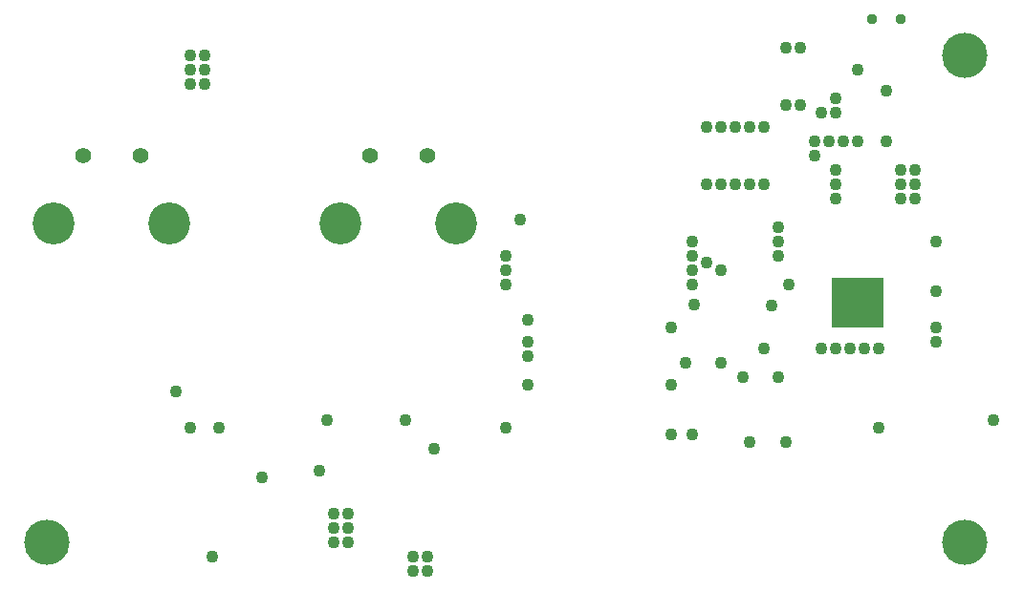
<source format=gbs>
G75*
%MOIN*%
%OFA0B0*%
%FSLAX25Y25*%
%IPPOS*%
%LPD*%
%AMOC8*
5,1,8,0,0,1.08239X$1,22.5*
%
%ADD10C,0.15800*%
%ADD11R,0.18400X0.17600*%
%ADD12C,0.04300*%
%ADD13C,0.14643*%
%ADD14C,0.05524*%
%ADD15C,0.04343*%
%ADD16C,0.03769*%
D10*
X0052000Y0052000D03*
X0372000Y0052000D03*
X0372000Y0222000D03*
D11*
X0334500Y0135700D03*
D12*
X0334500Y0137000D03*
X0329500Y0137000D03*
X0329500Y0132000D03*
X0334500Y0132000D03*
X0339500Y0132000D03*
X0339500Y0137000D03*
X0339500Y0142000D03*
X0334500Y0142000D03*
X0329500Y0142000D03*
D13*
X0194750Y0163400D03*
X0154250Y0163400D03*
X0094750Y0163400D03*
X0054250Y0163400D03*
D14*
X0064500Y0187000D03*
X0084500Y0187000D03*
X0164500Y0187000D03*
X0184500Y0187000D03*
D15*
X0217000Y0164500D03*
X0212000Y0152000D03*
X0212000Y0147000D03*
X0212000Y0142000D03*
X0219500Y0129500D03*
X0219500Y0122000D03*
X0219500Y0117000D03*
X0219500Y0107000D03*
X0212000Y0092000D03*
X0187000Y0084500D03*
X0177000Y0094500D03*
X0149500Y0094500D03*
X0147000Y0077000D03*
X0127000Y0074500D03*
X0152000Y0062000D03*
X0157000Y0062000D03*
X0157000Y0057000D03*
X0152000Y0057000D03*
X0152000Y0052000D03*
X0157000Y0052000D03*
X0179500Y0047000D03*
X0184500Y0047000D03*
X0184500Y0042000D03*
X0179500Y0042000D03*
X0109500Y0047000D03*
X0112000Y0092000D03*
X0102000Y0092000D03*
X0097000Y0104500D03*
X0102000Y0212000D03*
X0102000Y0217000D03*
X0102000Y0222000D03*
X0107000Y0222000D03*
X0107000Y0217000D03*
X0107000Y0212000D03*
X0269500Y0127000D03*
X0277500Y0135000D03*
X0277000Y0142000D03*
X0277000Y0147000D03*
X0282000Y0149500D03*
X0277000Y0152000D03*
X0277000Y0157000D03*
X0287000Y0147000D03*
X0307000Y0152000D03*
X0307000Y0157000D03*
X0307000Y0162000D03*
X0327000Y0172000D03*
X0327000Y0177000D03*
X0327000Y0182000D03*
X0319500Y0187000D03*
X0319500Y0192000D03*
X0324500Y0192000D03*
X0329500Y0192000D03*
X0334500Y0192000D03*
X0344500Y0192000D03*
X0349500Y0182000D03*
X0354500Y0182000D03*
X0354500Y0177000D03*
X0349500Y0177000D03*
X0349500Y0172000D03*
X0354500Y0172000D03*
X0362000Y0157000D03*
X0362000Y0139500D03*
X0362000Y0127000D03*
X0362000Y0122000D03*
X0342000Y0119500D03*
X0337000Y0119500D03*
X0332000Y0119500D03*
X0327000Y0119500D03*
X0322000Y0119500D03*
X0307000Y0109500D03*
X0294500Y0109500D03*
X0287000Y0114500D03*
X0274500Y0114500D03*
X0269500Y0107000D03*
X0269500Y0089500D03*
X0277000Y0089500D03*
X0297000Y0087000D03*
X0309500Y0087000D03*
X0342000Y0092000D03*
X0382000Y0094500D03*
X0310500Y0142000D03*
X0304500Y0134500D03*
X0302000Y0119500D03*
X0302000Y0177000D03*
X0297000Y0177000D03*
X0292000Y0177000D03*
X0287000Y0177000D03*
X0282000Y0177000D03*
X0282000Y0197000D03*
X0287000Y0197000D03*
X0292000Y0197000D03*
X0297000Y0197000D03*
X0302000Y0197000D03*
X0309500Y0204500D03*
X0314500Y0204500D03*
X0322000Y0202000D03*
X0327000Y0202000D03*
X0327000Y0207000D03*
X0334500Y0217000D03*
X0344500Y0209500D03*
X0314500Y0224500D03*
X0309500Y0224500D03*
D16*
X0339500Y0234500D03*
X0349500Y0234500D03*
M02*

</source>
